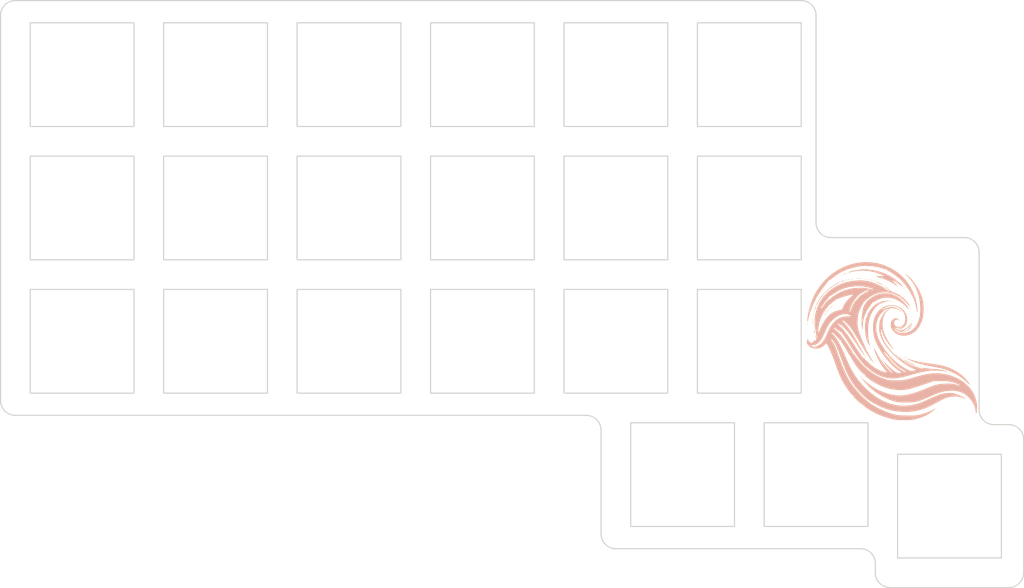
<source format=kicad_pcb>
(kicad_pcb (version 20221018) (generator pcbnew)
  (title_block (title "faceplate") (rev "v1.0.0") (company "Unknown"))
  (layers (0 "F.Cu" signal) (31 "B.Cu" signal) (34 "B.Paste" user) (35 "F.Paste" user) (36 "B.SilkS" user "B.Silkscreen") (37 "F.SilkS" user "F.Silkscreen") (38 "B.Mask" user) (39 "F.Mask" user) (44 "Edge.Cuts" user))
  (net 0 "")
  (footprint "LOGO" (layer "B.Cu") (at 109.22 0 180)
    (fp_text reference "G***" hide)
    (fp_text value "LOGO" hide)
  )
  (footprint "LOGO" (layer "B.Cu") (at 109.22 0 180)
    (fp_text reference "G***" hide)
    (fp_text value "LOGO" hide)
  )
  (gr_arc (start 68 10) (mid 69.414214 10.585786) (end 70 12) (stroke (width 0.15)) (layer "Edge.Cuts"))
  (gr_line (start 105 28) (end 72 28) (stroke (width 0.15)) (layer "Edge.Cuts"))
  (gr_line (start 29 -11) (end 43 -11) (stroke (width 0.15)) (layer "Edge.Cuts"))
  (gr_line (start 97 -25) (end 83 -25) (stroke (width 0.15)) (layer "Edge.Cuts"))
  (gr_arc (start 101 -14) (mid 99.585786 -14.585786) (end 99 -16) (stroke (width 0.15)) (layer "Edge.Cuts"))
  (gr_line (start 11 -7) (end 11 7) (stroke (width 0.15)) (layer "Edge.Cuts"))
  (gr_line (start 123 11.25) (end 125 11.25) (stroke (width 0.15)) (layer "Edge.Cuts"))
  (gr_line (start 11 -29) (end 25 -29) (stroke (width 0.15)) (layer "Edge.Cuts"))
  (gr_arc (start 123 11.25) (mid 121.585786 10.664214) (end 121 9.25) (stroke (width 0.15)) (layer "Edge.Cuts"))
  (gr_line (start 79 -11) (end 79 -25) (stroke (width 0.15)) (layer "Edge.Cuts"))
  (gr_line (start 110 29.25) (end 124 29.25) (stroke (width 0.15)) (layer "Edge.Cuts"))
  (gr_line (start 124 15.25) (end 110 15.25) (stroke (width 0.15)) (layer "Edge.Cuts"))
  (gr_line (start 97 -7) (end 83 -7) (stroke (width 0.15)) (layer "Edge.Cuts"))
  (gr_line (start 79 -25) (end 65 -25) (stroke (width 0.15)) (layer "Edge.Cuts"))
  (gr_line (start 29 -7) (end 29 7) (stroke (width 0.15)) (layer "Edge.Cuts"))
  (gr_line (start 65 -7) (end 65 7) (stroke (width 0.15)) (layer "Edge.Cuts"))
  (gr_line (start 25 -11) (end 25 -25) (stroke (width 0.15)) (layer "Edge.Cuts"))
  (gr_line (start 125 33.25) (end 109 33.25) (stroke (width 0.15)) (layer "Edge.Cuts"))
  (gr_line (start 79 -29) (end 79 -43) (stroke (width 0.15)) (layer "Edge.Cuts"))
  (gr_line (start 74 25) (end 88 25) (stroke (width 0.15)) (layer "Edge.Cuts"))
  (gr_line (start 83 -29) (end 97 -29) (stroke (width 0.15)) (layer "Edge.Cuts"))
  (gr_line (start 65 -25) (end 65 -11) (stroke (width 0.15)) (layer "Edge.Cuts"))
  (gr_line (start 88 25) (end 88 11) (stroke (width 0.15)) (layer "Edge.Cuts"))
  (gr_line (start 101 -14) (end 119 -14) (stroke (width 0.15)) (layer "Edge.Cuts"))
  (gr_line (start 43 -11) (end 43 -25) (stroke (width 0.15)) (layer "Edge.Cuts"))
  (gr_line (start 79 7) (end 79 -7) (stroke (width 0.15)) (layer "Edge.Cuts"))
  (gr_line (start 7 -29) (end 7 -43) (stroke (width 0.15)) (layer "Edge.Cuts"))
  (gr_line (start 7 -43) (end -7 -43) (stroke (width 0.15)) (layer "Edge.Cuts"))
  (gr_line (start 65 -43) (end 65 -29) (stroke (width 0.15)) (layer "Edge.Cuts"))
  (gr_line (start 25 -29) (end 25 -43) (stroke (width 0.15)) (layer "Edge.Cuts"))
  (gr_line (start 61 -25) (end 47 -25) (stroke (width 0.15)) (layer "Edge.Cuts"))
  (gr_line (start 106 25) (end 106 11) (stroke (width 0.15)) (layer "Edge.Cuts"))
  (gr_line (start 43 -43) (end 29 -43) (stroke (width 0.15)) (layer "Edge.Cuts"))
  (gr_line (start 11 7) (end 25 7) (stroke (width 0.15)) (layer "Edge.Cuts"))
  (gr_line (start 25 -43) (end 11 -43) (stroke (width 0.15)) (layer "Edge.Cuts"))
  (gr_line (start 83 -11) (end 97 -11) (stroke (width 0.15)) (layer "Edge.Cuts"))
  (gr_line (start 106 11) (end 92 11) (stroke (width 0.15)) (layer "Edge.Cuts"))
  (gr_line (start 25 7) (end 25 -7) (stroke (width 0.15)) (layer "Edge.Cuts"))
  (gr_line (start 11 -43) (end 11 -29) (stroke (width 0.15)) (layer "Edge.Cuts"))
  (gr_line (start -7 -25) (end -7 -11) (stroke (width 0.15)) (layer "Edge.Cuts"))
  (gr_line (start 124 29.25) (end 124 15.25) (stroke (width 0.15)) (layer "Edge.Cuts"))
  (gr_line (start -9 -46) (end 97 -46) (stroke (width 0.15)) (layer "Edge.Cuts"))
  (gr_line (start 43 -29) (end 43 -43) (stroke (width 0.15)) (layer "Edge.Cuts"))
  (gr_arc (start 72 28) (mid 70.585786 27.414214) (end 70 26) (stroke (width 0.15)) (layer "Edge.Cuts"))
  (gr_line (start 92 25) (end 106 25) (stroke (width 0.15)) (layer "Edge.Cuts"))
  (gr_line (start 11 -25) (end 11 -11) (stroke (width 0.15)) (layer "Edge.Cuts"))
  (gr_line (start 121 -12) (end 121 9.25) (stroke (width 0.15)) (layer "Edge.Cuts"))
  (gr_line (start 61 -29) (end 61 -43) (stroke (width 0.15)) (layer "Edge.Cuts"))
  (gr_line (start 43 7) (end 43 -7) (stroke (width 0.15)) (layer "Edge.Cuts"))
  (gr_line (start 43 -7) (end 29 -7) (stroke (width 0.15)) (layer "Edge.Cuts"))
  (gr_line (start 61 -11) (end 61 -25) (stroke (width 0.15)) (layer "Edge.Cuts"))
  (gr_line (start 83 7) (end 97 7) (stroke (width 0.15)) (layer "Edge.Cuts"))
  (gr_line (start -7 7) (end 7 7) (stroke (width 0.15)) (layer "Edge.Cuts"))
  (gr_line (start 65 -29) (end 79 -29) (stroke (width 0.15)) (layer "Edge.Cuts"))
  (gr_line (start 83 -7) (end 83 7) (stroke (width 0.15)) (layer "Edge.Cuts"))
  (gr_line (start 11 -11) (end 25 -11) (stroke (width 0.15)) (layer "Edge.Cuts"))
  (gr_line (start 47 -29) (end 61 -29) (stroke (width 0.15)) (layer "Edge.Cuts"))
  (gr_line (start 99 -44) (end 99 -16) (stroke (width 0.15)) (layer "Edge.Cuts"))
  (gr_arc (start -9 10) (mid -10.414214 9.414214) (end -11 8) (stroke (width 0.15)) (layer "Edge.Cuts"))
  (gr_line (start 107 31.25) (end 107 30) (stroke (width 0.15)) (layer "Edge.Cuts"))
  (gr_line (start 47 -7) (end 47 7) (stroke (width 0.15)) (layer "Edge.Cuts"))
  (gr_line (start 97 -11) (end 97 -25) (stroke (width 0.15)) (layer "Edge.Cuts"))
  (gr_line (start 7 -7) (end -7 -7) (stroke (width 0.15)) (layer "Edge.Cuts"))
  (gr_line (start 92 11) (end 92 25) (stroke (width 0.15)) (layer "Edge.Cuts"))
  (gr_line (start 79 -43) (end 65 -43) (stroke (width 0.15)) (layer "Edge.Cuts"))
  (gr_arc (start 109 33.25) (mid 107.585786 32.664214) (end 107 31.25) (stroke (width 0.15)) (layer "Edge.Cuts"))
  (gr_line (start 68 10) (end -9 10) (stroke (width 0.15)) (layer "Edge.Cuts"))
  (gr_line (start 29 7) (end 43 7) (stroke (width 0.15)) (layer "Edge.Cuts"))
  (gr_line (start 47 7) (end 61 7) (stroke (width 0.15)) (layer "Edge.Cuts"))
  (gr_line (start 7 -25) (end -7 -25) (stroke (width 0.15)) (layer "Edge.Cuts"))
  (gr_line (start 47 -43) (end 47 -29) (stroke (width 0.15)) (layer "Edge.Cuts"))
  (gr_line (start 83 -25) (end 83 -11) (stroke (width 0.15)) (layer "Edge.Cuts"))
  (gr_line (start 110 15.25) (end 110 29.25) (stroke (width 0.15)) (layer "Edge.Cuts"))
  (gr_line (start 7 7) (end 7 -7) (stroke (width 0.15)) (layer "Edge.Cuts"))
  (gr_arc (start -11 -44) (mid -10.414214 -45.414214) (end -9 -46) (stroke (width 0.15)) (layer "Edge.Cuts"))
  (gr_line (start 83 -43) (end 83 -29) (stroke (width 0.15)) (layer "Edge.Cuts"))
  (gr_line (start 65 7) (end 79 7) (stroke (width 0.15)) (layer "Edge.Cuts"))
  (gr_line (start 70 26) (end 70 12) (stroke (width 0.15)) (layer "Edge.Cuts"))
  (gr_arc (start 127 31.25) (mid 126.414214 32.664214) (end 125 33.25) (stroke (width 0.15)) (layer "Edge.Cuts"))
  (gr_line (start -7 -7) (end -7 7) (stroke (width 0.15)) (layer "Edge.Cuts"))
  (gr_arc (start 105 28) (mid 106.414214 28.585786) (end 107 30) (stroke (width 0.15)) (layer "Edge.Cuts"))
  (gr_line (start 47 -11) (end 61 -11) (stroke (width 0.15)) (layer "Edge.Cuts"))
  (gr_line (start 97 7) (end 97 -7) (stroke (width 0.15)) (layer "Edge.Cuts"))
  (gr_line (start 61 -43) (end 47 -43) (stroke (width 0.15)) (layer "Edge.Cuts"))
  (gr_line (start 97 -29) (end 97 -43) (stroke (width 0.15)) (layer "Edge.Cuts"))
  (gr_line (start -11 8) (end -11 -44) (stroke (width 0.15)) (layer "Edge.Cuts"))
  (gr_line (start -7 -11) (end 7 -11) (stroke (width 0.15)) (layer "Edge.Cuts"))
  (gr_line (start 61 -7) (end 47 -7) (stroke (width 0.15)) (layer "Edge.Cuts"))
  (gr_line (start 43 -25) (end 29 -25) (stroke (width 0.15)) (layer "Edge.Cuts"))
  (gr_line (start 47 -25) (end 47 -11) (stroke (width 0.15)) (layer "Edge.Cuts"))
  (gr_line (start 127 13.25) (end 127 31.25) (stroke (width 0.15)) (layer "Edge.Cuts"))
  (gr_line (start 79 -7) (end 65 -7) (stroke (width 0.15)) (layer "Edge.Cuts"))
  (gr_line (start -7 -29) (end 7 -29) (stroke (width 0.15)) (layer "Edge.Cuts"))
  (gr_line (start 29 -29) (end 43 -29) (stroke (width 0.15)) (layer "Edge.Cuts"))
  (gr_line (start 29 -25) (end 29 -11) (stroke (width 0.15)) (layer "Edge.Cuts"))
  (gr_line (start 29 -43) (end 29 -29) (stroke (width 0.15)) (layer "Edge.Cuts"))
  (gr_line (start 61 7) (end 61 -7) (stroke (width 0.15)) (layer "Edge.Cuts"))
  (gr_line (start 74 11) (end 74 25) (stroke (width 0.15)) (layer "Edge.Cuts"))
  (gr_line (start 97 -43) (end 83 -43) (stroke (width 0.15)) (layer "Edge.Cuts"))
  (gr_arc (start 97 -46) (mid 98.414214 -45.414214) (end 99 -44) (stroke (width 0.15)) (layer "Edge.Cuts"))
  (gr_line (start 7 -11) (end 7 -25) (stroke (width 0.15)) (layer "Edge.Cuts"))
  (gr_line (start 25 -25) (end 11 -25) (stroke (width 0.15)) (layer "Edge.Cuts"))
  (gr_line (start 88 11) (end 74 11) (stroke (width 0.15)) (layer "Edge.Cuts"))
  (gr_line (start 25 -7) (end 11 -7) (stroke (width 0.15)) (layer "Edge.Cuts"))
  (gr_line (start -7 -43) (end -7 -29) (stroke (width 0.15)) (layer "Edge.Cuts"))
  (gr_arc (start 119 -14) (mid 120.414214 -13.414214) (end 121 -12) (stroke (width 0.15)) (layer "Edge.Cuts"))
  (gr_line (start 65 -11) (end 79 -11) (stroke (width 0.15)) (layer "Edge.Cuts"))
  (gr_arc (start 125 11.25) (mid 126.414214 11.835786) (end 127 13.25) (stroke (width 0.15)) (layer "Edge.Cuts"))
)
</source>
